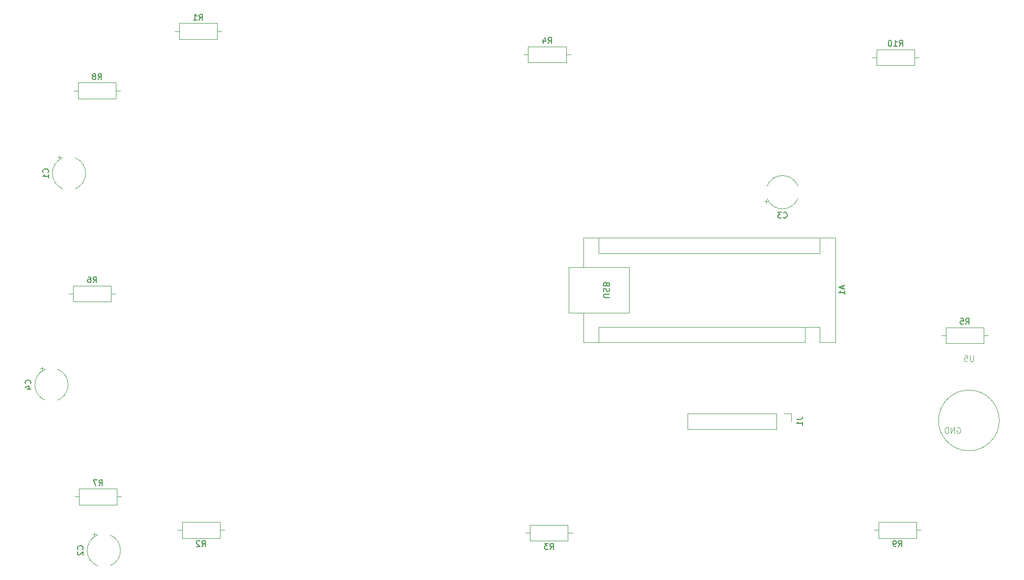
<source format=gbr>
%TF.GenerationSoftware,KiCad,Pcbnew,8.0.3*%
%TF.CreationDate,2024-11-03T12:34:39-05:00*%
%TF.ProjectId,toy,746f792e-6b69-4636-9164-5f7063625858,rev?*%
%TF.SameCoordinates,Original*%
%TF.FileFunction,Legend,Bot*%
%TF.FilePolarity,Positive*%
%FSLAX46Y46*%
G04 Gerber Fmt 4.6, Leading zero omitted, Abs format (unit mm)*
G04 Created by KiCad (PCBNEW 8.0.3) date 2024-11-03 12:34:39*
%MOMM*%
%LPD*%
G01*
G04 APERTURE LIST*
%ADD10C,0.100000*%
%ADD11C,0.150000*%
%ADD12C,0.120000*%
G04 APERTURE END LIST*
D10*
X207092306Y-114608210D02*
X207187544Y-114560591D01*
X207187544Y-114560591D02*
X207330401Y-114560591D01*
X207330401Y-114560591D02*
X207473258Y-114608210D01*
X207473258Y-114608210D02*
X207568496Y-114703448D01*
X207568496Y-114703448D02*
X207616115Y-114798686D01*
X207616115Y-114798686D02*
X207663734Y-114989162D01*
X207663734Y-114989162D02*
X207663734Y-115132019D01*
X207663734Y-115132019D02*
X207616115Y-115322495D01*
X207616115Y-115322495D02*
X207568496Y-115417733D01*
X207568496Y-115417733D02*
X207473258Y-115512972D01*
X207473258Y-115512972D02*
X207330401Y-115560591D01*
X207330401Y-115560591D02*
X207235163Y-115560591D01*
X207235163Y-115560591D02*
X207092306Y-115512972D01*
X207092306Y-115512972D02*
X207044687Y-115465352D01*
X207044687Y-115465352D02*
X207044687Y-115132019D01*
X207044687Y-115132019D02*
X207235163Y-115132019D01*
X206616115Y-115560591D02*
X206616115Y-114560591D01*
X206616115Y-114560591D02*
X206044687Y-115560591D01*
X206044687Y-115560591D02*
X206044687Y-114560591D01*
X205568496Y-115560591D02*
X205568496Y-114560591D01*
X205568496Y-114560591D02*
X205330401Y-114560591D01*
X205330401Y-114560591D02*
X205187544Y-114608210D01*
X205187544Y-114608210D02*
X205092306Y-114703448D01*
X205092306Y-114703448D02*
X205044687Y-114798686D01*
X205044687Y-114798686D02*
X204997068Y-114989162D01*
X204997068Y-114989162D02*
X204997068Y-115132019D01*
X204997068Y-115132019D02*
X205044687Y-115322495D01*
X205044687Y-115322495D02*
X205092306Y-115417733D01*
X205092306Y-115417733D02*
X205187544Y-115512972D01*
X205187544Y-115512972D02*
X205330401Y-115560591D01*
X205330401Y-115560591D02*
X205568496Y-115560591D01*
D11*
X197142857Y-48834819D02*
X197476190Y-48358628D01*
X197714285Y-48834819D02*
X197714285Y-47834819D01*
X197714285Y-47834819D02*
X197333333Y-47834819D01*
X197333333Y-47834819D02*
X197238095Y-47882438D01*
X197238095Y-47882438D02*
X197190476Y-47930057D01*
X197190476Y-47930057D02*
X197142857Y-48025295D01*
X197142857Y-48025295D02*
X197142857Y-48168152D01*
X197142857Y-48168152D02*
X197190476Y-48263390D01*
X197190476Y-48263390D02*
X197238095Y-48311009D01*
X197238095Y-48311009D02*
X197333333Y-48358628D01*
X197333333Y-48358628D02*
X197714285Y-48358628D01*
X196190476Y-48834819D02*
X196761904Y-48834819D01*
X196476190Y-48834819D02*
X196476190Y-47834819D01*
X196476190Y-47834819D02*
X196571428Y-47977676D01*
X196571428Y-47977676D02*
X196666666Y-48072914D01*
X196666666Y-48072914D02*
X196761904Y-48120533D01*
X195571428Y-47834819D02*
X195476190Y-47834819D01*
X195476190Y-47834819D02*
X195380952Y-47882438D01*
X195380952Y-47882438D02*
X195333333Y-47930057D01*
X195333333Y-47930057D02*
X195285714Y-48025295D01*
X195285714Y-48025295D02*
X195238095Y-48215771D01*
X195238095Y-48215771D02*
X195238095Y-48453866D01*
X195238095Y-48453866D02*
X195285714Y-48644342D01*
X195285714Y-48644342D02*
X195333333Y-48739580D01*
X195333333Y-48739580D02*
X195380952Y-48787200D01*
X195380952Y-48787200D02*
X195476190Y-48834819D01*
X195476190Y-48834819D02*
X195571428Y-48834819D01*
X195571428Y-48834819D02*
X195666666Y-48787200D01*
X195666666Y-48787200D02*
X195714285Y-48739580D01*
X195714285Y-48739580D02*
X195761904Y-48644342D01*
X195761904Y-48644342D02*
X195809523Y-48453866D01*
X195809523Y-48453866D02*
X195809523Y-48215771D01*
X195809523Y-48215771D02*
X195761904Y-48025295D01*
X195761904Y-48025295D02*
X195714285Y-47930057D01*
X195714285Y-47930057D02*
X195666666Y-47882438D01*
X195666666Y-47882438D02*
X195571428Y-47834819D01*
X196996666Y-135074819D02*
X197329999Y-134598628D01*
X197568094Y-135074819D02*
X197568094Y-134074819D01*
X197568094Y-134074819D02*
X197187142Y-134074819D01*
X197187142Y-134074819D02*
X197091904Y-134122438D01*
X197091904Y-134122438D02*
X197044285Y-134170057D01*
X197044285Y-134170057D02*
X196996666Y-134265295D01*
X196996666Y-134265295D02*
X196996666Y-134408152D01*
X196996666Y-134408152D02*
X197044285Y-134503390D01*
X197044285Y-134503390D02*
X197091904Y-134551009D01*
X197091904Y-134551009D02*
X197187142Y-134598628D01*
X197187142Y-134598628D02*
X197568094Y-134598628D01*
X196520475Y-135074819D02*
X196329999Y-135074819D01*
X196329999Y-135074819D02*
X196234761Y-135027200D01*
X196234761Y-135027200D02*
X196187142Y-134979580D01*
X196187142Y-134979580D02*
X196091904Y-134836723D01*
X196091904Y-134836723D02*
X196044285Y-134646247D01*
X196044285Y-134646247D02*
X196044285Y-134265295D01*
X196044285Y-134265295D02*
X196091904Y-134170057D01*
X196091904Y-134170057D02*
X196139523Y-134122438D01*
X196139523Y-134122438D02*
X196234761Y-134074819D01*
X196234761Y-134074819D02*
X196425237Y-134074819D01*
X196425237Y-134074819D02*
X196520475Y-134122438D01*
X196520475Y-134122438D02*
X196568094Y-134170057D01*
X196568094Y-134170057D02*
X196615713Y-134265295D01*
X196615713Y-134265295D02*
X196615713Y-134503390D01*
X196615713Y-134503390D02*
X196568094Y-134598628D01*
X196568094Y-134598628D02*
X196520475Y-134646247D01*
X196520475Y-134646247D02*
X196425237Y-134693866D01*
X196425237Y-134693866D02*
X196234761Y-134693866D01*
X196234761Y-134693866D02*
X196139523Y-134646247D01*
X196139523Y-134646247D02*
X196091904Y-134598628D01*
X196091904Y-134598628D02*
X196044285Y-134503390D01*
X58996666Y-54584819D02*
X59329999Y-54108628D01*
X59568094Y-54584819D02*
X59568094Y-53584819D01*
X59568094Y-53584819D02*
X59187142Y-53584819D01*
X59187142Y-53584819D02*
X59091904Y-53632438D01*
X59091904Y-53632438D02*
X59044285Y-53680057D01*
X59044285Y-53680057D02*
X58996666Y-53775295D01*
X58996666Y-53775295D02*
X58996666Y-53918152D01*
X58996666Y-53918152D02*
X59044285Y-54013390D01*
X59044285Y-54013390D02*
X59091904Y-54061009D01*
X59091904Y-54061009D02*
X59187142Y-54108628D01*
X59187142Y-54108628D02*
X59568094Y-54108628D01*
X58425237Y-54013390D02*
X58520475Y-53965771D01*
X58520475Y-53965771D02*
X58568094Y-53918152D01*
X58568094Y-53918152D02*
X58615713Y-53822914D01*
X58615713Y-53822914D02*
X58615713Y-53775295D01*
X58615713Y-53775295D02*
X58568094Y-53680057D01*
X58568094Y-53680057D02*
X58520475Y-53632438D01*
X58520475Y-53632438D02*
X58425237Y-53584819D01*
X58425237Y-53584819D02*
X58234761Y-53584819D01*
X58234761Y-53584819D02*
X58139523Y-53632438D01*
X58139523Y-53632438D02*
X58091904Y-53680057D01*
X58091904Y-53680057D02*
X58044285Y-53775295D01*
X58044285Y-53775295D02*
X58044285Y-53822914D01*
X58044285Y-53822914D02*
X58091904Y-53918152D01*
X58091904Y-53918152D02*
X58139523Y-53965771D01*
X58139523Y-53965771D02*
X58234761Y-54013390D01*
X58234761Y-54013390D02*
X58425237Y-54013390D01*
X58425237Y-54013390D02*
X58520475Y-54061009D01*
X58520475Y-54061009D02*
X58568094Y-54108628D01*
X58568094Y-54108628D02*
X58615713Y-54203866D01*
X58615713Y-54203866D02*
X58615713Y-54394342D01*
X58615713Y-54394342D02*
X58568094Y-54489580D01*
X58568094Y-54489580D02*
X58520475Y-54537200D01*
X58520475Y-54537200D02*
X58425237Y-54584819D01*
X58425237Y-54584819D02*
X58234761Y-54584819D01*
X58234761Y-54584819D02*
X58139523Y-54537200D01*
X58139523Y-54537200D02*
X58091904Y-54489580D01*
X58091904Y-54489580D02*
X58044285Y-54394342D01*
X58044285Y-54394342D02*
X58044285Y-54203866D01*
X58044285Y-54203866D02*
X58091904Y-54108628D01*
X58091904Y-54108628D02*
X58139523Y-54061009D01*
X58139523Y-54061009D02*
X58234761Y-54013390D01*
X59166666Y-124584819D02*
X59499999Y-124108628D01*
X59738094Y-124584819D02*
X59738094Y-123584819D01*
X59738094Y-123584819D02*
X59357142Y-123584819D01*
X59357142Y-123584819D02*
X59261904Y-123632438D01*
X59261904Y-123632438D02*
X59214285Y-123680057D01*
X59214285Y-123680057D02*
X59166666Y-123775295D01*
X59166666Y-123775295D02*
X59166666Y-123918152D01*
X59166666Y-123918152D02*
X59214285Y-124013390D01*
X59214285Y-124013390D02*
X59261904Y-124061009D01*
X59261904Y-124061009D02*
X59357142Y-124108628D01*
X59357142Y-124108628D02*
X59738094Y-124108628D01*
X58833332Y-123584819D02*
X58166666Y-123584819D01*
X58166666Y-123584819D02*
X58595237Y-124584819D01*
X58166666Y-89584819D02*
X58499999Y-89108628D01*
X58738094Y-89584819D02*
X58738094Y-88584819D01*
X58738094Y-88584819D02*
X58357142Y-88584819D01*
X58357142Y-88584819D02*
X58261904Y-88632438D01*
X58261904Y-88632438D02*
X58214285Y-88680057D01*
X58214285Y-88680057D02*
X58166666Y-88775295D01*
X58166666Y-88775295D02*
X58166666Y-88918152D01*
X58166666Y-88918152D02*
X58214285Y-89013390D01*
X58214285Y-89013390D02*
X58261904Y-89061009D01*
X58261904Y-89061009D02*
X58357142Y-89108628D01*
X58357142Y-89108628D02*
X58738094Y-89108628D01*
X57309523Y-88584819D02*
X57499999Y-88584819D01*
X57499999Y-88584819D02*
X57595237Y-88632438D01*
X57595237Y-88632438D02*
X57642856Y-88680057D01*
X57642856Y-88680057D02*
X57738094Y-88822914D01*
X57738094Y-88822914D02*
X57785713Y-89013390D01*
X57785713Y-89013390D02*
X57785713Y-89394342D01*
X57785713Y-89394342D02*
X57738094Y-89489580D01*
X57738094Y-89489580D02*
X57690475Y-89537200D01*
X57690475Y-89537200D02*
X57595237Y-89584819D01*
X57595237Y-89584819D02*
X57404761Y-89584819D01*
X57404761Y-89584819D02*
X57309523Y-89537200D01*
X57309523Y-89537200D02*
X57261904Y-89489580D01*
X57261904Y-89489580D02*
X57214285Y-89394342D01*
X57214285Y-89394342D02*
X57214285Y-89156247D01*
X57214285Y-89156247D02*
X57261904Y-89061009D01*
X57261904Y-89061009D02*
X57309523Y-89013390D01*
X57309523Y-89013390D02*
X57404761Y-88965771D01*
X57404761Y-88965771D02*
X57595237Y-88965771D01*
X57595237Y-88965771D02*
X57690475Y-89013390D01*
X57690475Y-89013390D02*
X57738094Y-89061009D01*
X57738094Y-89061009D02*
X57785713Y-89156247D01*
X47334580Y-107028333D02*
X47382200Y-106980714D01*
X47382200Y-106980714D02*
X47429819Y-106837857D01*
X47429819Y-106837857D02*
X47429819Y-106742619D01*
X47429819Y-106742619D02*
X47382200Y-106599762D01*
X47382200Y-106599762D02*
X47286961Y-106504524D01*
X47286961Y-106504524D02*
X47191723Y-106456905D01*
X47191723Y-106456905D02*
X47001247Y-106409286D01*
X47001247Y-106409286D02*
X46858390Y-106409286D01*
X46858390Y-106409286D02*
X46667914Y-106456905D01*
X46667914Y-106456905D02*
X46572676Y-106504524D01*
X46572676Y-106504524D02*
X46477438Y-106599762D01*
X46477438Y-106599762D02*
X46429819Y-106742619D01*
X46429819Y-106742619D02*
X46429819Y-106837857D01*
X46429819Y-106837857D02*
X46477438Y-106980714D01*
X46477438Y-106980714D02*
X46525057Y-107028333D01*
X46763152Y-107885476D02*
X47429819Y-107885476D01*
X46382200Y-107647381D02*
X47096485Y-107409286D01*
X47096485Y-107409286D02*
X47096485Y-108028333D01*
X177166666Y-78359580D02*
X177214285Y-78407200D01*
X177214285Y-78407200D02*
X177357142Y-78454819D01*
X177357142Y-78454819D02*
X177452380Y-78454819D01*
X177452380Y-78454819D02*
X177595237Y-78407200D01*
X177595237Y-78407200D02*
X177690475Y-78311961D01*
X177690475Y-78311961D02*
X177738094Y-78216723D01*
X177738094Y-78216723D02*
X177785713Y-78026247D01*
X177785713Y-78026247D02*
X177785713Y-77883390D01*
X177785713Y-77883390D02*
X177738094Y-77692914D01*
X177738094Y-77692914D02*
X177690475Y-77597676D01*
X177690475Y-77597676D02*
X177595237Y-77502438D01*
X177595237Y-77502438D02*
X177452380Y-77454819D01*
X177452380Y-77454819D02*
X177357142Y-77454819D01*
X177357142Y-77454819D02*
X177214285Y-77502438D01*
X177214285Y-77502438D02*
X177166666Y-77550057D01*
X176833332Y-77454819D02*
X176214285Y-77454819D01*
X176214285Y-77454819D02*
X176547618Y-77835771D01*
X176547618Y-77835771D02*
X176404761Y-77835771D01*
X176404761Y-77835771D02*
X176309523Y-77883390D01*
X176309523Y-77883390D02*
X176261904Y-77931009D01*
X176261904Y-77931009D02*
X176214285Y-78026247D01*
X176214285Y-78026247D02*
X176214285Y-78264342D01*
X176214285Y-78264342D02*
X176261904Y-78359580D01*
X176261904Y-78359580D02*
X176309523Y-78407200D01*
X176309523Y-78407200D02*
X176404761Y-78454819D01*
X176404761Y-78454819D02*
X176690475Y-78454819D01*
X176690475Y-78454819D02*
X176785713Y-78407200D01*
X176785713Y-78407200D02*
X176833332Y-78359580D01*
X56359580Y-135583333D02*
X56407200Y-135535714D01*
X56407200Y-135535714D02*
X56454819Y-135392857D01*
X56454819Y-135392857D02*
X56454819Y-135297619D01*
X56454819Y-135297619D02*
X56407200Y-135154762D01*
X56407200Y-135154762D02*
X56311961Y-135059524D01*
X56311961Y-135059524D02*
X56216723Y-135011905D01*
X56216723Y-135011905D02*
X56026247Y-134964286D01*
X56026247Y-134964286D02*
X55883390Y-134964286D01*
X55883390Y-134964286D02*
X55692914Y-135011905D01*
X55692914Y-135011905D02*
X55597676Y-135059524D01*
X55597676Y-135059524D02*
X55502438Y-135154762D01*
X55502438Y-135154762D02*
X55454819Y-135297619D01*
X55454819Y-135297619D02*
X55454819Y-135392857D01*
X55454819Y-135392857D02*
X55502438Y-135535714D01*
X55502438Y-135535714D02*
X55550057Y-135583333D01*
X55550057Y-135964286D02*
X55502438Y-136011905D01*
X55502438Y-136011905D02*
X55454819Y-136107143D01*
X55454819Y-136107143D02*
X55454819Y-136345238D01*
X55454819Y-136345238D02*
X55502438Y-136440476D01*
X55502438Y-136440476D02*
X55550057Y-136488095D01*
X55550057Y-136488095D02*
X55645295Y-136535714D01*
X55645295Y-136535714D02*
X55740533Y-136535714D01*
X55740533Y-136535714D02*
X55883390Y-136488095D01*
X55883390Y-136488095D02*
X56454819Y-135916667D01*
X56454819Y-135916667D02*
X56454819Y-136535714D01*
X50359580Y-70583333D02*
X50407200Y-70535714D01*
X50407200Y-70535714D02*
X50454819Y-70392857D01*
X50454819Y-70392857D02*
X50454819Y-70297619D01*
X50454819Y-70297619D02*
X50407200Y-70154762D01*
X50407200Y-70154762D02*
X50311961Y-70059524D01*
X50311961Y-70059524D02*
X50216723Y-70011905D01*
X50216723Y-70011905D02*
X50026247Y-69964286D01*
X50026247Y-69964286D02*
X49883390Y-69964286D01*
X49883390Y-69964286D02*
X49692914Y-70011905D01*
X49692914Y-70011905D02*
X49597676Y-70059524D01*
X49597676Y-70059524D02*
X49502438Y-70154762D01*
X49502438Y-70154762D02*
X49454819Y-70297619D01*
X49454819Y-70297619D02*
X49454819Y-70392857D01*
X49454819Y-70392857D02*
X49502438Y-70535714D01*
X49502438Y-70535714D02*
X49550057Y-70583333D01*
X50454819Y-71535714D02*
X50454819Y-70964286D01*
X50454819Y-71250000D02*
X49454819Y-71250000D01*
X49454819Y-71250000D02*
X49597676Y-71154762D01*
X49597676Y-71154762D02*
X49692914Y-71059524D01*
X49692914Y-71059524D02*
X49740533Y-70964286D01*
X187409104Y-90165714D02*
X187409104Y-90641904D01*
X187694819Y-90070476D02*
X186694819Y-90403809D01*
X186694819Y-90403809D02*
X187694819Y-90737142D01*
X187694819Y-91594285D02*
X187694819Y-91022857D01*
X187694819Y-91308571D02*
X186694819Y-91308571D01*
X186694819Y-91308571D02*
X186837676Y-91213333D01*
X186837676Y-91213333D02*
X186932914Y-91118095D01*
X186932914Y-91118095D02*
X186980533Y-91022857D01*
X147145180Y-92141904D02*
X146335657Y-92141904D01*
X146335657Y-92141904D02*
X146240419Y-92094285D01*
X146240419Y-92094285D02*
X146192800Y-92046666D01*
X146192800Y-92046666D02*
X146145180Y-91951428D01*
X146145180Y-91951428D02*
X146145180Y-91760952D01*
X146145180Y-91760952D02*
X146192800Y-91665714D01*
X146192800Y-91665714D02*
X146240419Y-91618095D01*
X146240419Y-91618095D02*
X146335657Y-91570476D01*
X146335657Y-91570476D02*
X147145180Y-91570476D01*
X146192800Y-91141904D02*
X146145180Y-90999047D01*
X146145180Y-90999047D02*
X146145180Y-90760952D01*
X146145180Y-90760952D02*
X146192800Y-90665714D01*
X146192800Y-90665714D02*
X146240419Y-90618095D01*
X146240419Y-90618095D02*
X146335657Y-90570476D01*
X146335657Y-90570476D02*
X146430895Y-90570476D01*
X146430895Y-90570476D02*
X146526133Y-90618095D01*
X146526133Y-90618095D02*
X146573752Y-90665714D01*
X146573752Y-90665714D02*
X146621371Y-90760952D01*
X146621371Y-90760952D02*
X146668990Y-90951428D01*
X146668990Y-90951428D02*
X146716609Y-91046666D01*
X146716609Y-91046666D02*
X146764228Y-91094285D01*
X146764228Y-91094285D02*
X146859466Y-91141904D01*
X146859466Y-91141904D02*
X146954704Y-91141904D01*
X146954704Y-91141904D02*
X147049942Y-91094285D01*
X147049942Y-91094285D02*
X147097561Y-91046666D01*
X147097561Y-91046666D02*
X147145180Y-90951428D01*
X147145180Y-90951428D02*
X147145180Y-90713333D01*
X147145180Y-90713333D02*
X147097561Y-90570476D01*
X146668990Y-89808571D02*
X146621371Y-89665714D01*
X146621371Y-89665714D02*
X146573752Y-89618095D01*
X146573752Y-89618095D02*
X146478514Y-89570476D01*
X146478514Y-89570476D02*
X146335657Y-89570476D01*
X146335657Y-89570476D02*
X146240419Y-89618095D01*
X146240419Y-89618095D02*
X146192800Y-89665714D01*
X146192800Y-89665714D02*
X146145180Y-89760952D01*
X146145180Y-89760952D02*
X146145180Y-90141904D01*
X146145180Y-90141904D02*
X147145180Y-90141904D01*
X147145180Y-90141904D02*
X147145180Y-89808571D01*
X147145180Y-89808571D02*
X147097561Y-89713333D01*
X147097561Y-89713333D02*
X147049942Y-89665714D01*
X147049942Y-89665714D02*
X146954704Y-89618095D01*
X146954704Y-89618095D02*
X146859466Y-89618095D01*
X146859466Y-89618095D02*
X146764228Y-89665714D01*
X146764228Y-89665714D02*
X146716609Y-89713333D01*
X146716609Y-89713333D02*
X146668990Y-89808571D01*
X146668990Y-89808571D02*
X146668990Y-90141904D01*
X76916666Y-135074819D02*
X77249999Y-134598628D01*
X77488094Y-135074819D02*
X77488094Y-134074819D01*
X77488094Y-134074819D02*
X77107142Y-134074819D01*
X77107142Y-134074819D02*
X77011904Y-134122438D01*
X77011904Y-134122438D02*
X76964285Y-134170057D01*
X76964285Y-134170057D02*
X76916666Y-134265295D01*
X76916666Y-134265295D02*
X76916666Y-134408152D01*
X76916666Y-134408152D02*
X76964285Y-134503390D01*
X76964285Y-134503390D02*
X77011904Y-134551009D01*
X77011904Y-134551009D02*
X77107142Y-134598628D01*
X77107142Y-134598628D02*
X77488094Y-134598628D01*
X76535713Y-134170057D02*
X76488094Y-134122438D01*
X76488094Y-134122438D02*
X76392856Y-134074819D01*
X76392856Y-134074819D02*
X76154761Y-134074819D01*
X76154761Y-134074819D02*
X76059523Y-134122438D01*
X76059523Y-134122438D02*
X76011904Y-134170057D01*
X76011904Y-134170057D02*
X75964285Y-134265295D01*
X75964285Y-134265295D02*
X75964285Y-134360533D01*
X75964285Y-134360533D02*
X76011904Y-134503390D01*
X76011904Y-134503390D02*
X76583332Y-135074819D01*
X76583332Y-135074819D02*
X75964285Y-135074819D01*
X136586666Y-48334819D02*
X136919999Y-47858628D01*
X137158094Y-48334819D02*
X137158094Y-47334819D01*
X137158094Y-47334819D02*
X136777142Y-47334819D01*
X136777142Y-47334819D02*
X136681904Y-47382438D01*
X136681904Y-47382438D02*
X136634285Y-47430057D01*
X136634285Y-47430057D02*
X136586666Y-47525295D01*
X136586666Y-47525295D02*
X136586666Y-47668152D01*
X136586666Y-47668152D02*
X136634285Y-47763390D01*
X136634285Y-47763390D02*
X136681904Y-47811009D01*
X136681904Y-47811009D02*
X136777142Y-47858628D01*
X136777142Y-47858628D02*
X137158094Y-47858628D01*
X135729523Y-47668152D02*
X135729523Y-48334819D01*
X135967618Y-47287200D02*
X136205713Y-48001485D01*
X136205713Y-48001485D02*
X135586666Y-48001485D01*
X136916666Y-135574819D02*
X137249999Y-135098628D01*
X137488094Y-135574819D02*
X137488094Y-134574819D01*
X137488094Y-134574819D02*
X137107142Y-134574819D01*
X137107142Y-134574819D02*
X137011904Y-134622438D01*
X137011904Y-134622438D02*
X136964285Y-134670057D01*
X136964285Y-134670057D02*
X136916666Y-134765295D01*
X136916666Y-134765295D02*
X136916666Y-134908152D01*
X136916666Y-134908152D02*
X136964285Y-135003390D01*
X136964285Y-135003390D02*
X137011904Y-135051009D01*
X137011904Y-135051009D02*
X137107142Y-135098628D01*
X137107142Y-135098628D02*
X137488094Y-135098628D01*
X136583332Y-134574819D02*
X135964285Y-134574819D01*
X135964285Y-134574819D02*
X136297618Y-134955771D01*
X136297618Y-134955771D02*
X136154761Y-134955771D01*
X136154761Y-134955771D02*
X136059523Y-135003390D01*
X136059523Y-135003390D02*
X136011904Y-135051009D01*
X136011904Y-135051009D02*
X135964285Y-135146247D01*
X135964285Y-135146247D02*
X135964285Y-135384342D01*
X135964285Y-135384342D02*
X136011904Y-135479580D01*
X136011904Y-135479580D02*
X136059523Y-135527200D01*
X136059523Y-135527200D02*
X136154761Y-135574819D01*
X136154761Y-135574819D02*
X136440475Y-135574819D01*
X136440475Y-135574819D02*
X136535713Y-135527200D01*
X136535713Y-135527200D02*
X136583332Y-135479580D01*
D10*
X209891904Y-102145591D02*
X209891904Y-102955114D01*
X209891904Y-102955114D02*
X209844285Y-103050352D01*
X209844285Y-103050352D02*
X209796666Y-103097972D01*
X209796666Y-103097972D02*
X209701428Y-103145591D01*
X209701428Y-103145591D02*
X209510952Y-103145591D01*
X209510952Y-103145591D02*
X209415714Y-103097972D01*
X209415714Y-103097972D02*
X209368095Y-103050352D01*
X209368095Y-103050352D02*
X209320476Y-102955114D01*
X209320476Y-102955114D02*
X209320476Y-102145591D01*
X208368095Y-102145591D02*
X208844285Y-102145591D01*
X208844285Y-102145591D02*
X208891904Y-102621781D01*
X208891904Y-102621781D02*
X208844285Y-102574162D01*
X208844285Y-102574162D02*
X208749047Y-102526543D01*
X208749047Y-102526543D02*
X208510952Y-102526543D01*
X208510952Y-102526543D02*
X208415714Y-102574162D01*
X208415714Y-102574162D02*
X208368095Y-102621781D01*
X208368095Y-102621781D02*
X208320476Y-102717019D01*
X208320476Y-102717019D02*
X208320476Y-102955114D01*
X208320476Y-102955114D02*
X208368095Y-103050352D01*
X208368095Y-103050352D02*
X208415714Y-103097972D01*
X208415714Y-103097972D02*
X208510952Y-103145591D01*
X208510952Y-103145591D02*
X208749047Y-103145591D01*
X208749047Y-103145591D02*
X208844285Y-103097972D01*
X208844285Y-103097972D02*
X208891904Y-103050352D01*
D11*
X179424819Y-113166666D02*
X180139104Y-113166666D01*
X180139104Y-113166666D02*
X180281961Y-113119047D01*
X180281961Y-113119047D02*
X180377200Y-113023809D01*
X180377200Y-113023809D02*
X180424819Y-112880952D01*
X180424819Y-112880952D02*
X180424819Y-112785714D01*
X180424819Y-114166666D02*
X180424819Y-113595238D01*
X180424819Y-113880952D02*
X179424819Y-113880952D01*
X179424819Y-113880952D02*
X179567676Y-113785714D01*
X179567676Y-113785714D02*
X179662914Y-113690476D01*
X179662914Y-113690476D02*
X179710533Y-113595238D01*
X76416666Y-44334819D02*
X76749999Y-43858628D01*
X76988094Y-44334819D02*
X76988094Y-43334819D01*
X76988094Y-43334819D02*
X76607142Y-43334819D01*
X76607142Y-43334819D02*
X76511904Y-43382438D01*
X76511904Y-43382438D02*
X76464285Y-43430057D01*
X76464285Y-43430057D02*
X76416666Y-43525295D01*
X76416666Y-43525295D02*
X76416666Y-43668152D01*
X76416666Y-43668152D02*
X76464285Y-43763390D01*
X76464285Y-43763390D02*
X76511904Y-43811009D01*
X76511904Y-43811009D02*
X76607142Y-43858628D01*
X76607142Y-43858628D02*
X76988094Y-43858628D01*
X75464285Y-44334819D02*
X76035713Y-44334819D01*
X75749999Y-44334819D02*
X75749999Y-43334819D01*
X75749999Y-43334819D02*
X75845237Y-43477676D01*
X75845237Y-43477676D02*
X75940475Y-43572914D01*
X75940475Y-43572914D02*
X76035713Y-43620533D01*
X208586666Y-96772991D02*
X208919999Y-96296800D01*
X209158094Y-96772991D02*
X209158094Y-95772991D01*
X209158094Y-95772991D02*
X208777142Y-95772991D01*
X208777142Y-95772991D02*
X208681904Y-95820610D01*
X208681904Y-95820610D02*
X208634285Y-95868229D01*
X208634285Y-95868229D02*
X208586666Y-95963467D01*
X208586666Y-95963467D02*
X208586666Y-96106324D01*
X208586666Y-96106324D02*
X208634285Y-96201562D01*
X208634285Y-96201562D02*
X208681904Y-96249181D01*
X208681904Y-96249181D02*
X208777142Y-96296800D01*
X208777142Y-96296800D02*
X209158094Y-96296800D01*
X207681904Y-95772991D02*
X208158094Y-95772991D01*
X208158094Y-95772991D02*
X208205713Y-96249181D01*
X208205713Y-96249181D02*
X208158094Y-96201562D01*
X208158094Y-96201562D02*
X208062856Y-96153943D01*
X208062856Y-96153943D02*
X207824761Y-96153943D01*
X207824761Y-96153943D02*
X207729523Y-96201562D01*
X207729523Y-96201562D02*
X207681904Y-96249181D01*
X207681904Y-96249181D02*
X207634285Y-96344419D01*
X207634285Y-96344419D02*
X207634285Y-96582514D01*
X207634285Y-96582514D02*
X207681904Y-96677752D01*
X207681904Y-96677752D02*
X207729523Y-96725372D01*
X207729523Y-96725372D02*
X207824761Y-96772991D01*
X207824761Y-96772991D02*
X208062856Y-96772991D01*
X208062856Y-96772991D02*
X208158094Y-96725372D01*
X208158094Y-96725372D02*
X208205713Y-96677752D01*
D12*
%TO.C,R10*%
X199770000Y-50750000D02*
X200540000Y-50750000D01*
X199770000Y-52120000D02*
X199770000Y-49380000D01*
X193230000Y-52120000D02*
X199770000Y-52120000D01*
X199770000Y-49380000D02*
X193230000Y-49380000D01*
X193230000Y-49380000D02*
X193230000Y-52120000D01*
X193230000Y-50750000D02*
X192460000Y-50750000D01*
%TO.C,R9*%
X193560000Y-132250000D02*
X192790000Y-132250000D01*
X193560000Y-130880000D02*
X193560000Y-133620000D01*
X200100000Y-130880000D02*
X193560000Y-130880000D01*
X193560000Y-133620000D02*
X200100000Y-133620000D01*
X200100000Y-133620000D02*
X200100000Y-130880000D01*
X200100000Y-132250000D02*
X200870000Y-132250000D01*
%TO.C,R8*%
X62100000Y-56500000D02*
X62870000Y-56500000D01*
X62100000Y-57870000D02*
X62100000Y-55130000D01*
X55560000Y-57870000D02*
X62100000Y-57870000D01*
X62100000Y-55130000D02*
X55560000Y-55130000D01*
X55560000Y-55130000D02*
X55560000Y-57870000D01*
X55560000Y-56500000D02*
X54790000Y-56500000D01*
%TO.C,R7*%
X55730000Y-126500000D02*
X54960000Y-126500000D01*
X55730000Y-125130000D02*
X55730000Y-127870000D01*
X62270000Y-125130000D02*
X55730000Y-125130000D01*
X55730000Y-127870000D02*
X62270000Y-127870000D01*
X62270000Y-127870000D02*
X62270000Y-125130000D01*
X62270000Y-126500000D02*
X63040000Y-126500000D01*
%TO.C,R6*%
X54730000Y-91500000D02*
X53960000Y-91500000D01*
X54730000Y-90130000D02*
X54730000Y-92870000D01*
X61270000Y-90130000D02*
X54730000Y-90130000D01*
X54730000Y-92870000D02*
X61270000Y-92870000D01*
X61270000Y-92870000D02*
X61270000Y-90130000D01*
X61270000Y-91500000D02*
X62040000Y-91500000D01*
%TO.C,C4*%
X49360000Y-104672738D02*
X49360000Y-104122738D01*
X49635000Y-104397738D02*
X49085000Y-104397738D01*
X49915000Y-109862077D02*
G75*
G02*
X49915000Y-104527923I1060000J2667077D01*
G01*
X52035000Y-104527923D02*
G75*
G02*
X52035000Y-109862077I-1060000J-2667077D01*
G01*
%TO.C,C3*%
X174477738Y-75615000D02*
X173927738Y-75615000D01*
X174202738Y-75340000D02*
X174202738Y-75890000D01*
X179667077Y-75060000D02*
G75*
G02*
X174332923Y-75060000I-2667077J1060000D01*
G01*
X174332923Y-72940000D02*
G75*
G02*
X179667077Y-72940000I2667077J-1060000D01*
G01*
%TO.C,C2*%
X58385000Y-133227738D02*
X58385000Y-132677738D01*
X58660000Y-132952738D02*
X58110000Y-132952738D01*
X58940000Y-138417077D02*
G75*
G02*
X58940000Y-133082923I1060000J2667077D01*
G01*
X61060000Y-133082923D02*
G75*
G02*
X61060000Y-138417077I-1060000J-2667077D01*
G01*
%TO.C,C1*%
X52385000Y-68227738D02*
X52385000Y-67677738D01*
X52660000Y-67952738D02*
X52110000Y-67952738D01*
X52940000Y-73417077D02*
G75*
G02*
X52940000Y-68082923I1060000J2667077D01*
G01*
X55060000Y-68082923D02*
G75*
G02*
X55060000Y-73417077I-1060000J-2667077D01*
G01*
%TO.C,A1*%
X140120000Y-86940000D02*
X150540000Y-86940000D01*
X140120000Y-94820000D02*
X140120000Y-86940000D01*
X142660000Y-86940000D02*
X142660000Y-81860000D01*
X142660000Y-94820000D02*
X142660000Y-99900000D01*
X142660000Y-99900000D02*
X180890000Y-99900000D01*
X145330000Y-81860000D02*
X145330000Y-84530000D01*
X145330000Y-84530000D02*
X183430000Y-84530000D01*
X145330000Y-97230000D02*
X180890000Y-97230000D01*
X145330000Y-99900000D02*
X145330000Y-97230000D01*
X150540000Y-86940000D02*
X150540000Y-94820000D01*
X150540000Y-94820000D02*
X140120000Y-94820000D01*
X180890000Y-99900000D02*
X180890000Y-97230000D01*
X183430000Y-81860000D02*
X183430000Y-84530000D01*
X183430000Y-97230000D02*
X180890000Y-97230000D01*
X183430000Y-99900000D02*
X183430000Y-97230000D01*
X183430000Y-99900000D02*
X186100000Y-99900000D01*
X186100000Y-81860000D02*
X142660000Y-81860000D01*
X186100000Y-99900000D02*
X186100000Y-81860000D01*
%TO.C,R2*%
X80020000Y-133620000D02*
X80020000Y-130880000D01*
X80020000Y-132250000D02*
X80790000Y-132250000D01*
X80020000Y-130880000D02*
X73480000Y-130880000D01*
X73480000Y-133620000D02*
X80020000Y-133620000D01*
X73480000Y-132250000D02*
X72710000Y-132250000D01*
X73480000Y-130880000D02*
X73480000Y-133620000D01*
%TO.C,R4*%
X133150000Y-51620000D02*
X139690000Y-51620000D01*
X139690000Y-51620000D02*
X139690000Y-48880000D01*
X133150000Y-50250000D02*
X132380000Y-50250000D01*
X139690000Y-50250000D02*
X140460000Y-50250000D01*
X133150000Y-48880000D02*
X133150000Y-51620000D01*
X139690000Y-48880000D02*
X133150000Y-48880000D01*
%TO.C,R3*%
X133480000Y-134120000D02*
X140020000Y-134120000D01*
X140020000Y-134120000D02*
X140020000Y-131380000D01*
X133480000Y-132750000D02*
X132710000Y-132750000D01*
X140020000Y-132750000D02*
X140790000Y-132750000D01*
X133480000Y-131380000D02*
X133480000Y-134120000D01*
X140020000Y-131380000D02*
X133480000Y-131380000D01*
D10*
%TO.C,U5*%
X214366344Y-113348172D02*
G75*
G02*
X203893656Y-113348172I-5236344J0D01*
G01*
X203893656Y-113348172D02*
G75*
G02*
X214366344Y-113348172I5236344J0D01*
G01*
D12*
%TO.C,J1*%
X160630000Y-112170000D02*
X160630000Y-114830000D01*
X160630000Y-112170000D02*
X175930000Y-112170000D01*
X160630000Y-114830000D02*
X175930000Y-114830000D01*
X175930000Y-112170000D02*
X175930000Y-114830000D01*
X177200000Y-112170000D02*
X178530000Y-112170000D01*
X178530000Y-112170000D02*
X178530000Y-113500000D01*
%TO.C,R1*%
X79520000Y-47620000D02*
X79520000Y-44880000D01*
X79520000Y-46250000D02*
X80290000Y-46250000D01*
X79520000Y-44880000D02*
X72980000Y-44880000D01*
X72980000Y-47620000D02*
X79520000Y-47620000D01*
X72980000Y-46250000D02*
X72210000Y-46250000D01*
X72980000Y-44880000D02*
X72980000Y-47620000D01*
%TO.C,R5*%
X205150000Y-97318172D02*
X205150000Y-100058172D01*
X205150000Y-98688172D02*
X204380000Y-98688172D01*
X205150000Y-100058172D02*
X211690000Y-100058172D01*
X211690000Y-97318172D02*
X205150000Y-97318172D01*
X211690000Y-98688172D02*
X212460000Y-98688172D01*
X211690000Y-100058172D02*
X211690000Y-97318172D01*
%TD*%
M02*

</source>
